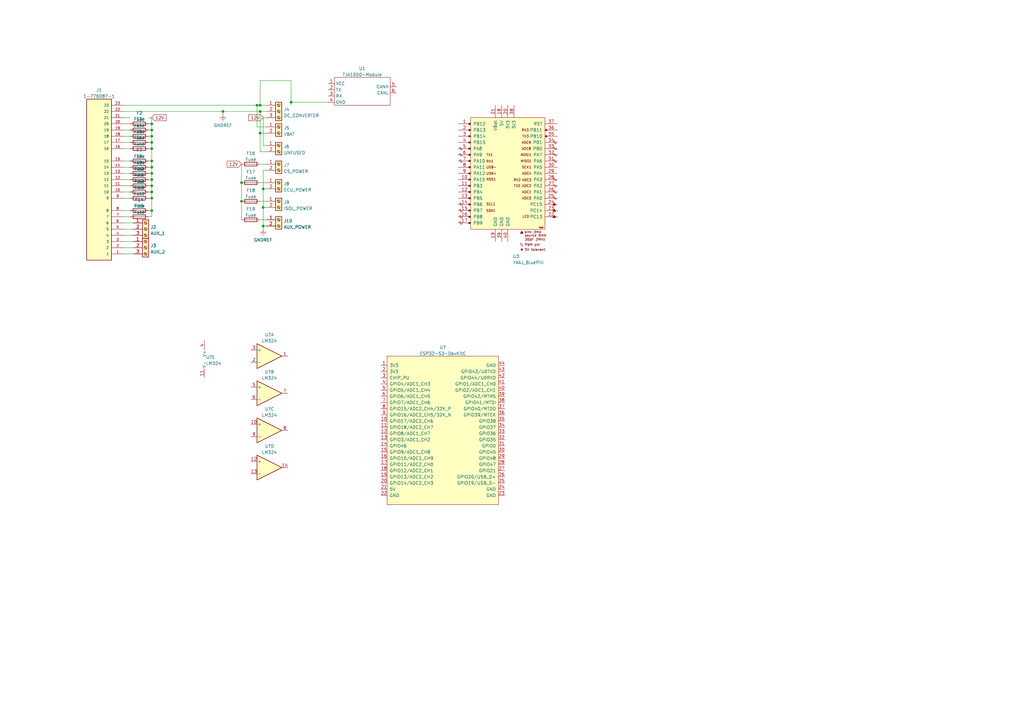
<source format=kicad_sch>
(kicad_sch (version 20211123) (generator eeschema)
  (paper "A3")
  (lib_symbols
    (symbol "1-776087-1:1-776087-1" (pin_names (offset 1.016))
      (property "Reference" "J" (at -5.08 33.7058 0))
      (property "Value" "1-776087-1" (at -5.08 -35.56 0))
      (symbol "1-776087-1_0_0"
        (rectangle (start -5.08 -33.02) (end 5.08 33.02) (stroke (width 0.254)) (fill (type background)))
        (pin passive line (at -10.16 30.48 0) (length 5.08) (name "1") (number "1"))
        (pin passive line (at -10.16 5.08 0) (length 5.08) (name "10") (number "10"))
        (pin passive line (at -10.16 2.54 0) (length 5.08) (name "11") (number "11"))
        (pin passive line (at -10.16 0 0) (length 5.08) (name "12") (number "12"))
        (pin passive line (at -10.16 -2.54 0) (length 5.08) (name "13") (number "13"))
        (pin passive line (at -10.16 -5.08 0) (length 5.08) (name "14") (number "14"))
        (pin passive line (at -10.16 -7.62 0) (length 5.08) (name "15") (number "15"))
        (pin passive line (at -10.16 -12.7 0) (length 5.08) (name "16") (number "16"))
        (pin passive line (at -10.16 -15.24 0) (length 5.08) (name "17") (number "17"))
        (pin passive line (at -10.16 -17.78 0) (length 5.08) (name "18") (number "18"))
        (pin passive line (at -10.16 -20.32 0) (length 5.08) (name "19") (number "19"))
        (pin passive line (at -10.16 27.94 0) (length 5.08) (name "2") (number "2"))
        (pin passive line (at -10.16 -22.86 0) (length 5.08) (name "20") (number "20"))
        (pin passive line (at -10.16 -25.4 0) (length 5.08) (name "21") (number "21"))
        (pin passive line (at -10.16 -27.94 0) (length 5.08) (name "22") (number "22"))
        (pin passive line (at -10.16 -30.48 0) (length 5.08) (name "23") (number "23"))
        (pin passive line (at -10.16 25.4 0) (length 5.08) (name "3") (number "3"))
        (pin passive line (at -10.16 22.86 0) (length 5.08) (name "4") (number "4"))
        (pin passive line (at -10.16 20.32 0) (length 5.08) (name "5") (number "5"))
        (pin passive line (at -10.16 17.78 0) (length 5.08) (name "6") (number "6"))
        (pin passive line (at -10.16 15.24 0) (length 5.08) (name "7") (number "7"))
        (pin passive line (at -10.16 12.7 0) (length 5.08) (name "8") (number "8"))
        (pin passive line (at -10.16 7.62 0) (length 5.08) (name "9") (number "9"))
      )
    )
    (symbol "Amplifier_Operational:LM324" (pin_names (offset 0.127))
      (property "Reference" "U" (at 0 5.08 0))
      (property "Value" "LM324" (at 0 -5.08 0))
      (symbol "LM324_1_1"
        (polyline (pts (xy -5.08 5.08) (xy 5.08 0) (xy -5.08 -5.08) (xy -5.08 5.08)) (stroke (width 0.254)) (fill (type background)))
        (pin output line (at 7.62 0 180) (length 2.54) (name "~") (number "1"))
        (pin input line (at -7.62 -2.54 0) (length 2.54) (name "-") (number "2"))
        (pin input line (at -7.62 2.54 0) (length 2.54) (name "+") (number "3"))
      )
      (symbol "LM324_2_1"
        (polyline (pts (xy -5.08 5.08) (xy 5.08 0) (xy -5.08 -5.08) (xy -5.08 5.08)) (stroke (width 0.254)) (fill (type background)))
        (pin input line (at -7.62 2.54 0) (length 2.54) (name "+") (number "5"))
        (pin input line (at -7.62 -2.54 0) (length 2.54) (name "-") (number "6"))
        (pin output line (at 7.62 0 180) (length 2.54) (name "~") (number "7"))
      )
      (symbol "LM324_3_1"
        (polyline (pts (xy -5.08 5.08) (xy 5.08 0) (xy -5.08 -5.08) (xy -5.08 5.08)) (stroke (width 0.254)) (fill (type background)))
        (pin input line (at -7.62 2.54 0) (length 2.54) (name "+") (number "10"))
        (pin output line (at 7.62 0 180) (length 2.54) (name "~") (number "8"))
        (pin input line (at -7.62 -2.54 0) (length 2.54) (name "-") (number "9"))
      )
      (symbol "LM324_4_1"
        (polyline (pts (xy -5.08 5.08) (xy 5.08 0) (xy -5.08 -5.08) (xy -5.08 5.08)) (stroke (width 0.254)) (fill (type background)))
        (pin input line (at -7.62 2.54 0) (length 2.54) (name "+") (number "12"))
        (pin input line (at -7.62 -2.54 0) (length 2.54) (name "-") (number "13"))
        (pin output line (at 7.62 0 180) (length 2.54) (name "~") (number "14"))
      )
      (symbol "LM324_5_1"
        (pin power_in line (at -2.54 -7.62 90) (length 3.81) (name "V-") (number "11"))
        (pin power_in line (at -2.54 7.62 270) (length 3.81) (name "V+") (number "4"))
      )
    )
    (symbol "Cheetah:TJA1050-Module"
      (property "Reference" "U" (at 1.27 -1.27 0))
      (property "Value" "TJA1050-Module" (at 8.89 -3.81 0))
      (symbol "TJA1050-Module_0_1"
        (rectangle (start 0 11.43) (end 22.86 0) (stroke (width 0.1524)))
      )
      (symbol "TJA1050-Module_1_1"
        (pin passive line (at -2.54 8.89 0) (length 2.54) (name "VCC") (number "1"))
        (pin passive line (at -2.54 6.35 0) (length 2.54) (name "TX") (number "2"))
        (pin passive line (at -2.54 3.81 0) (length 2.54) (name "RX") (number "3"))
        (pin passive line (at -2.54 1.27 0) (length 2.54) (name "GND") (number "4"))
        (pin passive line (at 25.4 7.62 180) (length 2.54) (name "CANH") (number "5"))
        (pin passive line (at 25.4 5.08 180) (length 2.54) (name "CANL") (number "6"))
      )
    )
    (symbol "Connector:Screw_Terminal_01x02" (pin_names (offset 1.016) hide)
      (property "Reference" "J" (at 0 2.54 0))
      (property "Value" "Screw_Terminal_01x02" (at 0 -5.08 0))
      (symbol "Screw_Terminal_01x02_1_1"
        (rectangle (start -1.27 1.27) (end 1.27 -3.81) (stroke (width 0.254)) (fill (type background)))
        (circle (center 0 -2.54) (radius 0.635) (stroke (width 0.1524)))
        (polyline (pts (xy -0.5334 -2.2098) (xy 0.3302 -3.048)) (stroke (width 0.1524)))
        (polyline (pts (xy -0.5334 0.3302) (xy 0.3302 -0.508)) (stroke (width 0.1524)))
        (polyline (pts (xy -0.3556 -2.032) (xy 0.508 -2.8702)) (stroke (width 0.1524)))
        (polyline (pts (xy -0.3556 0.508) (xy 0.508 -0.3302)) (stroke (width 0.1524)))
        (circle (center 0 0) (radius 0.635) (stroke (width 0.1524)))
        (pin passive line (at -5.08 0 0) (length 3.81) (name "Pin_1") (number "1"))
        (pin passive line (at -5.08 -2.54 0) (length 3.81) (name "Pin_2") (number "2"))
      )
    )
    (symbol "Connector:Screw_Terminal_01x03" (pin_names (offset 1.016) hide)
      (property "Reference" "J" (at 0 5.08 0))
      (property "Value" "Screw_Terminal_01x03" (at 0 -5.08 0))
      (symbol "Screw_Terminal_01x03_1_1"
        (rectangle (start -1.27 3.81) (end 1.27 -3.81) (stroke (width 0.254)) (fill (type background)))
        (circle (center 0 -2.54) (radius 0.635) (stroke (width 0.1524)))
        (polyline (pts (xy -0.5334 -2.2098) (xy 0.3302 -3.048)) (stroke (width 0.1524)))
        (polyline (pts (xy -0.5334 0.3302) (xy 0.3302 -0.508)) (stroke (width 0.1524)))
        (polyline (pts (xy -0.5334 2.8702) (xy 0.3302 2.032)) (stroke (width 0.1524)))
        (polyline (pts (xy -0.3556 -2.032) (xy 0.508 -2.8702)) (stroke (width 0.1524)))
        (polyline (pts (xy -0.3556 0.508) (xy 0.508 -0.3302)) (stroke (width 0.1524)))
        (polyline (pts (xy -0.3556 3.048) (xy 0.508 2.2098)) (stroke (width 0.1524)))
        (circle (center 0 0) (radius 0.635) (stroke (width 0.1524)))
        (circle (center 0 2.54) (radius 0.635) (stroke (width 0.1524)))
        (pin passive line (at -5.08 2.54 0) (length 3.81) (name "Pin_1") (number "1"))
        (pin passive line (at -5.08 0 0) (length 3.81) (name "Pin_2") (number "2"))
        (pin passive line (at -5.08 -2.54 0) (length 3.81) (name "Pin_3") (number "3"))
      )
    )
    (symbol "Device:Fuse" (pin_numbers hide) (pin_names (offset 0))
      (property "Reference" "F" (at 2.032 0 90))
      (property "Value" "Fuse" (at -1.905 0 90))
      (symbol "Fuse_0_1"
        (rectangle (start -0.762 -2.54) (end 0.762 2.54) (stroke (width 0.254)))
        (polyline (pts (xy 0 2.54) (xy 0 -2.54)))
      )
      (symbol "Fuse_1_1"
        (pin passive line (at 0 3.81 270) (length 1.27) (name "~") (number "1"))
        (pin passive line (at 0 -3.81 90) (length 1.27) (name "~") (number "2"))
      )
    )
    (symbol "Espressif:ESP32-S3-DevKitC" (pin_names (offset 1.016))
      (property "Reference" "U" (at -2.54 30.48 0))
      (property "Value" "ESP32-S3-DevKitC" (at 1.27 -33.02 0))
      (symbol "ESP32-S3-DevKitC_0_0"
        (pin bidirectional line (at -25.4 -7.62 0) (length 2.54) (name "GPIO46") (number "14"))
        (pin bidirectional line (at -25.4 -20.32 0) (length 2.54) (name "GPIO13/ADC2_CH2") (number "19"))
        (pin power_in line (at -25.4 22.86 0) (length 2.54) (name "3V3") (number "2"))
        (pin bidirectional line (at 25.4 12.7 180) (length 2.54) (name "GPIO42/MTMS") (number "39"))
        (pin bidirectional line (at 25.4 15.24 180) (length 2.54) (name "GPIO2/ADC1_CH1") (number "40"))
        (pin bidirectional line (at 25.4 17.78 180) (length 2.54) (name "GPIO1/ADC1_CH0") (number "41"))
        (pin bidirectional line (at 25.4 20.32 180) (length 2.54) (name "GPIO44/U0RXD") (number "42"))
        (pin bidirectional line (at 25.4 22.86 180) (length 2.54) (name "GPIO43/U0TXD") (number "43"))
        (pin power_in line (at 25.4 25.4 180) (length 2.54) (name "GND") (number "44"))
      )
      (symbol "ESP32-S3-DevKitC_0_1"
        (rectangle (start 22.86 -31.75) (end -22.86 29.21) (fill (type background)))
      )
      (symbol "ESP32-S3-DevKitC_1_1"
        (pin power_in line (at -25.4 25.4 0) (length 2.54) (name "3V3") (number "1"))
        (pin bidirectional line (at -25.4 2.54 0) (length 2.54) (name "GPIO17/ADC2_CH6") (number "10"))
        (pin bidirectional line (at -25.4 0 0) (length 2.54) (name "GPIO18/ADC2_CH7") (number "11"))
        (pin bidirectional line (at -25.4 -2.54 0) (length 2.54) (name "GPIO8/ADC1_CH7") (number "12"))
        (pin bidirectional line (at -25.4 -5.08 0) (length 2.54) (name "GPIO3/ADC1_CH2") (number "13"))
        (pin bidirectional line (at -25.4 -10.16 0) (length 2.54) (name "GPIO9/ADC1_CH8") (number "15"))
        (pin bidirectional line (at -25.4 -12.7 0) (length 2.54) (name "GPIO10/ADC1_CH9") (number "16"))
        (pin bidirectional line (at -25.4 -15.24 0) (length 2.54) (name "GPIO11/ADC2_CH0") (number "17"))
        (pin bidirectional line (at -25.4 -17.78 0) (length 2.54) (name "GPIO12/ADC2_CH1") (number "18"))
        (pin bidirectional line (at -25.4 -22.86 0) (length 2.54) (name "GPIO14/ADC2_CH3") (number "20"))
        (pin power_in line (at -25.4 -25.4 0) (length 2.54) (name "5V") (number "21"))
        (pin power_in line (at -25.4 -27.94 0) (length 2.54) (name "GND") (number "22"))
        (pin power_in line (at 25.4 -27.94 180) (length 2.54) (name "GND") (number "23"))
        (pin power_in line (at 25.4 -25.4 180) (length 2.54) (name "GND") (number "24"))
        (pin bidirectional line (at 25.4 -22.86 180) (length 2.54) (name "GPIO19/USB_D-") (number "25"))
        (pin bidirectional line (at 25.4 -20.32 180) (length 2.54) (name "GPIO20/USB_D+") (number "26"))
        (pin bidirectional line (at 25.4 -17.78 180) (length 2.54) (name "GPIO21") (number "27"))
        (pin bidirectional line (at 25.4 -15.24 180) (length 2.54) (name "GPIO47") (number "28"))
        (pin bidirectional line (at 25.4 -12.7 180) (length 2.54) (name "GPIO48") (number "29"))
        (pin input line (at -25.4 20.32 0) (length 2.54) (name "CHIP_PU") (number "3"))
        (pin bidirectional line (at 25.4 -10.16 180) (length 2.54) (name "GPIO45") (number "30"))
        (pin bidirectional line (at 25.4 -7.62 180) (length 2.54) (name "GPIO0") (number "31"))
        (pin bidirectional line (at 25.4 -5.08 180) (length 2.54) (name "GPIO35") (number "32"))
        (pin bidirectional line (at 25.4 -2.54 180) (length 2.54) (name "GPIO36") (number "33"))
        (pin bidirectional line (at 25.4 0 180) (length 2.54) (name "GPIO37") (number "34"))
        (pin bidirectional line (at 25.4 2.54 180) (length 2.54) (name "GPIO38") (number "35"))
        (pin bidirectional line (at 25.4 5.08 180) (length 2.54) (name "GPIO39/MTCK") (number "36"))
        (pin bidirectional line (at 25.4 7.62 180) (length 2.54) (name "GPIO40/MTDO") (number "37"))
        (pin bidirectional line (at 25.4 10.16 180) (length 2.54) (name "GPIO41/MTDI") (number "38"))
        (pin bidirectional line (at -25.4 17.78 0) (length 2.54) (name "GPIO4/ADC1_CH3") (number "4"))
        (pin bidirectional line (at -25.4 15.24 0) (length 2.54) (name "GPIO5/ADC1_CH4") (number "5"))
        (pin bidirectional line (at -25.4 12.7 0) (length 2.54) (name "GPIO6/ADC1_CH5") (number "6"))
        (pin bidirectional line (at -25.4 10.16 0) (length 2.54) (name "GPIO7/ADC1_CH6") (number "7"))
        (pin bidirectional line (at -25.4 7.62 0) (length 2.54) (name "GPIO15/ADC2_CH4/32K_P") (number "8"))
        (pin bidirectional line (at -25.4 5.08 0) (length 2.54) (name "GPIO16/ADC2_CH5/32K_N") (number "9"))
      )
    )
    (symbol "YAAJ_BluePill:YAAJ_BluePill" (pin_names (offset 1.016))
      (property "Reference" "U" (at -13.97 24.13 0))
      (property "Value" "YAAJ_BluePill" (at 0 6.35 90))
      (symbol "YAAJ_BluePill_0_0"
        (circle (center -15.748 -20.32) (radius 0.3556) (fill (type outline)))
        (circle (center -15.748 -17.78) (radius 0.3556) (fill (type outline)))
        (circle (center -15.748 -15.24) (radius 0.3556) (fill (type outline)))
        (circle (center -15.748 -12.7) (radius 0.3556) (fill (type outline)))
        (circle (center -15.748 -10.16) (radius 0.3556) (fill (type outline)))
        (circle (center -15.748 -7.62) (radius 0.3556) (fill (type outline)))
        (circle (center -15.748 -5.08) (radius 0.3556) (fill (type outline)))
        (circle (center -15.748 -2.54) (radius 0.3556) (fill (type outline)))
        (circle (center -15.748 0) (radius 0.3556) (fill (type outline)))
        (circle (center -15.748 2.54) (radius 0.3556) (fill (type outline)))
        (circle (center -15.748 5.08) (radius 0.3556) (fill (type outline)))
        (circle (center -15.748 7.62) (radius 0.3556) (fill (type outline)))
        (circle (center -15.748 10.16) (radius 0.3556) (fill (type outline)))
        (circle (center -15.748 12.7) (radius 0.3556) (fill (type outline)))
        (circle (center -15.748 15.24) (radius 0.3556) (fill (type outline)))
        (circle (center -15.748 20.32) (radius 0.3556) (fill (type outline)))
        (polyline (pts (xy 5.08 -24.638) (xy 5.715 -23.622) (xy 6.35 -24.638) (xy 5.08 -24.638) (xy 5.715 -23.749) (xy 6.223 -24.638) (xy 5.207 -24.511) (xy 5.715 -23.876) (xy 6.096 -24.638) (xy 5.334 -24.384) (xy 5.842 -24.003) (xy 5.969 -24.638) (xy 5.461 -24.257) (xy 5.969 -24.13) (xy 5.842 -24.511) (xy 5.588 -24.257) (xy 5.842 -24.384) (xy 5.715 -24.13)))
        (polyline (pts (xy 18.415 -18.161) (xy 19.05 -17.145) (xy 19.685 -18.161) (xy 18.415 -18.161) (xy 19.05 -17.272) (xy 19.558 -18.161) (xy 18.542 -18.034) (xy 19.05 -17.399) (xy 19.431 -18.161) (xy 18.669 -17.907) (xy 19.177 -17.526) (xy 19.304 -18.161) (xy 18.796 -17.78) (xy 19.304 -17.653) (xy 19.177 -18.034) (xy 18.923 -17.78) (xy 19.177 -17.907) (xy 19.05 -17.653)))
        (polyline (pts (xy 18.415 -15.621) (xy 19.05 -14.605) (xy 19.685 -15.621) (xy 18.415 -15.621) (xy 19.05 -14.732) (xy 19.558 -15.621) (xy 18.542 -15.494) (xy 19.05 -14.859) (xy 19.431 -15.621) (xy 18.669 -15.367) (xy 19.177 -14.986) (xy 19.304 -15.621) (xy 18.796 -15.24) (xy 19.304 -15.113) (xy 19.177 -15.494) (xy 18.923 -15.24) (xy 19.177 -15.367) (xy 19.05 -15.113)))
        (polyline (pts (xy 18.415 -13.081) (xy 19.05 -12.065) (xy 19.685 -13.081) (xy 18.415 -13.081) (xy 19.05 -12.192) (xy 19.558 -13.081) (xy 18.542 -12.954) (xy 19.05 -12.319) (xy 19.431 -13.081) (xy 18.669 -12.827) (xy 19.177 -12.446) (xy 19.304 -13.081) (xy 18.796 -12.7) (xy 19.304 -12.573) (xy 19.177 -12.954) (xy 18.923 -12.7) (xy 19.177 -12.827) (xy 19.05 -12.573)))
        (circle (center 5.715 -31.242) (radius 0.127) (fill (type outline)))
        (circle (center 5.715 -31.242) (radius 0.254))
        (circle (center 5.715 -31.242) (radius 0.3556))
        (circle (center 15.748 15.24) (radius 0.254) (fill (type outline)))
        (circle (center 15.748 15.24) (radius 0.3556))
        (circle (center 15.748 17.78) (radius 0.254) (fill (type outline)))
        (circle (center 15.748 17.78) (radius 0.3556))
        (text "30pF 2MHz" (at 11.176 -27.051 0) (effects (font (size 0.9906 0.9906))))
        (text "5V tolerant" (at 11.176 -31.242 0) (effects (font (size 0.9906 0.9906))))
        (text "ADC0" (at 7.747 -10.16 0) (effects (font (size 0.9906 0.9906))))
        (text "ADC1" (at 7.747 -7.62 0) (effects (font (size 0.9906 0.9906))))
        (text "ADC2" (at 7.747 -5.08 0) (effects (font (size 0.9906 0.9906))))
        (text "ADC3" (at 7.747 -2.667 0) (effects (font (size 0.9906 0.9906))))
        (text "ADC4" (at 7.747 0 0) (effects (font (size 0.9906 0.9906))))
        (text "ADC8" (at 7.62 10.16 0) (effects (font (size 0.9906 0.9906))))
        (text "ADC9" (at 7.62 12.7 0) (effects (font (size 0.9906 0.9906))))
        (text "LED" (at 7.366 -17.653 0) (effects (font (size 0.9906 0.9906))))
        (text "MISO1" (at 7.493 5.08 0) (effects (font (size 0.9906 0.9906))))
        (text "MOSI1" (at 7.493 7.62 0) (effects (font (size 0.9906 0.9906))))
        (text "NSS1" (at -6.858 -2.413 0) (effects (font (size 0.9906 0.9906))))
        (text "PWM pin" (at 10.033 -29.21 0) (effects (font (size 0.9906 0.9906))))
        (text "RX1" (at -7.366 4.953 0) (effects (font (size 0.9906 0.9906))))
        (text "RX2" (at 3.81 -2.667 0) (effects (font (size 0.9906 0.9906))))
        (text "RX3" (at 7.112 17.78 0) (effects (font (size 0.9906 0.9906))))
        (text "SCK1" (at 7.747 2.54 0) (effects (font (size 0.9906 0.9906))))
        (text "SCL1" (at -6.985 -12.573 0) (effects (font (size 0.9906 0.9906))))
        (text "SDA1" (at -6.985 -15.24 0) (effects (font (size 0.9906 0.9906))))
        (text "sink 3mA" (at 10.287 -24.003 0) (effects (font (size 0.9906 0.9906))))
        (text "source 0mA" (at 11.303 -25.4 0) (effects (font (size 0.9906 0.9906))))
        (text "TX1" (at -7.493 7.62 0) (effects (font (size 0.9906 0.9906))))
        (text "TX2" (at 3.81 -5.08 0) (effects (font (size 0.9906 0.9906))))
        (text "TX3" (at 7.239 15.24 0) (effects (font (size 0.9906 0.9906))))
        (text "USB+" (at -6.731 0 0) (effects (font (size 0.9906 0.9906))))
        (text "USB-" (at -6.731 2.54 0) (effects (font (size 0.9906 0.9906))))
        (text "Y@@J" (at 13.6906 -22.1488 0) (effects (font (size 0.508 0.508))))
      )
      (symbol "YAAJ_BluePill_0_1"
        (rectangle (start -15.24 22.86) (end 15.24 -22.86) (fill (type background)))
        (polyline (pts (xy -18.796 -20.32) (xy -18.796 -20.828) (xy -19.304 -20.828) (xy -19.304 -19.812) (xy -19.812 -19.812) (xy -19.812 -20.32)))
        (polyline (pts (xy -18.796 -17.78) (xy -18.796 -18.288) (xy -19.304 -18.288) (xy -19.304 -17.272) (xy -19.812 -17.272) (xy -19.812 -17.78)))
        (polyline (pts (xy -18.796 -15.24) (xy -18.796 -15.748) (xy -19.304 -15.748) (xy -19.304 -14.732) (xy -19.812 -14.732) (xy -19.812 -15.24)))
        (polyline (pts (xy -18.796 -12.7) (xy -18.796 -13.208) (xy -19.304 -13.208) (xy -19.304 -12.192) (xy -19.812 -12.192) (xy -19.812 -12.7)))
        (polyline (pts (xy -18.796 5.08) (xy -18.796 4.572) (xy -19.304 4.572) (xy -19.304 5.588) (xy -19.812 5.588) (xy -19.812 5.08)))
        (polyline (pts (xy -18.796 7.62) (xy -18.796 7.112) (xy -19.304 7.112) (xy -19.304 8.128) (xy -19.812 8.128) (xy -19.812 7.62)))
        (polyline (pts (xy -18.796 10.16) (xy -18.796 9.652) (xy -19.304 9.652) (xy -19.304 10.668) (xy -19.812 10.668) (xy -19.812 10.16)))
        (polyline (pts (xy 6.096 -29.21) (xy 6.096 -29.718) (xy 5.588 -29.718) (xy 5.588 -28.702) (xy 5.08 -28.702) (xy 5.08 -29.21)))
        (polyline (pts (xy 19.812 -10.16) (xy 19.812 -10.668) (xy 19.304 -10.668) (xy 19.304 -9.652) (xy 18.796 -9.652) (xy 18.796 -10.16)))
        (polyline (pts (xy 19.812 -7.62) (xy 19.812 -8.128) (xy 19.304 -8.128) (xy 19.304 -7.112) (xy 18.796 -7.112) (xy 18.796 -7.62)))
        (polyline (pts (xy 19.812 -5.08) (xy 19.812 -5.588) (xy 19.304 -5.588) (xy 19.304 -4.572) (xy 18.796 -4.572) (xy 18.796 -5.08)))
        (polyline (pts (xy 19.812 -2.54) (xy 19.812 -3.048) (xy 19.304 -3.048) (xy 19.304 -2.032) (xy 18.796 -2.032) (xy 18.796 -2.54)))
        (polyline (pts (xy 19.812 5.08) (xy 19.812 4.572) (xy 19.304 4.572) (xy 19.304 5.588) (xy 18.796 5.588) (xy 18.796 5.08)))
        (polyline (pts (xy 19.812 7.62) (xy 19.812 7.112) (xy 19.304 7.112) (xy 19.304 8.128) (xy 18.796 8.128) (xy 18.796 7.62)))
        (polyline (pts (xy 19.812 10.16) (xy 19.812 9.652) (xy 19.304 9.652) (xy 19.304 10.668) (xy 18.796 10.668) (xy 18.796 10.16)))
        (polyline (pts (xy 19.812 12.7) (xy 19.812 12.192) (xy 19.304 12.192) (xy 19.304 13.208) (xy 18.796 13.208) (xy 18.796 12.7)))
      )
      (symbol "YAAJ_BluePill_1_1"
        (circle (center -15.748 17.78) (radius 0.3556) (fill (type outline)))
        (pin bidirectional line (at -20.32 20.32 0) (length 5.08) (name "PB12") (number "1"))
        (pin bidirectional line (at -20.32 -2.54 0) (length 5.08) (name "PA15") (number "10"))
        (pin bidirectional line (at -20.32 -5.08 0) (length 5.08) (name "PB3") (number "11"))
        (pin bidirectional line (at -20.32 -7.62 0) (length 5.08) (name "PB4") (number "12"))
        (pin bidirectional line (at -20.32 -10.16 0) (length 5.08) (name "PB5") (number "13"))
        (pin bidirectional line (at -20.32 -12.7 0) (length 5.08) (name "PB6") (number "14"))
        (pin bidirectional line (at -20.32 -15.24 0) (length 5.08) (name "PB7") (number "15"))
        (pin bidirectional line (at -20.32 -17.78 0) (length 5.08) (name "PB8") (number "16"))
        (pin bidirectional line (at -20.32 -20.32 0) (length 5.08) (name "PB9") (number "17"))
        (pin power_in line (at -2.54 27.94 270) (length 5.08) (name "5V") (number "18"))
        (pin power_in line (at -5.08 -27.94 90) (length 5.08) (name "GND") (number "19"))
        (pin bidirectional line (at -20.32 17.78 0) (length 5.08) (name "PB13") (number "2"))
        (pin power_in line (at 0 27.94 270) (length 5.08) (name "3V3") (number "20"))
        (pin power_in line (at -5.08 27.94 270) (length 5.08) (name "VBat") (number "21"))
        (pin bidirectional line (at 20.32 -17.78 180) (length 5.08) (name "PC13") (number "22"))
        (pin bidirectional line (at 20.32 -15.24 180) (length 5.08) (name "PC14") (number "23"))
        (pin bidirectional line (at 20.32 -12.7 180) (length 5.08) (name "PC15") (number "24"))
        (pin bidirectional line (at 20.32 -10.16 180) (length 5.08) (name "PA0") (number "25"))
        (pin bidirectional line (at 20.32 -7.62 180) (length 5.08) (name "PA1") (number "26"))
        (pin bidirectional line (at 20.32 -5.08 180) (length 5.08) (name "PA2") (number "27"))
        (pin bidirectional line (at 20.32 -2.54 180) (length 5.08) (name "PA3") (number "28"))
        (pin bidirectional line (at 20.32 0 180) (length 5.08) (name "PA4") (number "29"))
        (pin bidirectional line (at -20.32 15.24 0) (length 5.08) (name "PB14") (number "3"))
        (pin bidirectional line (at 20.32 2.54 180) (length 5.08) (name "PA5") (number "30"))
        (pin bidirectional line (at 20.32 5.08 180) (length 5.08) (name "PA6") (number "31"))
        (pin bidirectional line (at 20.32 7.62 180) (length 5.08) (name "PA7") (number "32"))
        (pin bidirectional line (at 20.32 10.16 180) (length 5.08) (name "PB0") (number "33"))
        (pin bidirectional line (at 20.32 12.7 180) (length 5.08) (name "PB1") (number "34"))
        (pin bidirectional line (at 20.32 15.24 180) (length 5.08) (name "PB10") (number "35"))
        (pin bidirectional line (at 20.32 17.78 180) (length 5.08) (name "PB11") (number "36"))
        (pin input line (at 20.32 20.32 180) (length 5.08) (name "RST") (number "37"))
        (pin power_in line (at 2.54 27.94 270) (length 5.08) (name "3V3") (number "38"))
        (pin power_in line (at -2.54 -27.94 90) (length 5.08) (name "GND") (number "39"))
        (pin bidirectional line (at -20.32 12.7 0) (length 5.08) (name "PB15") (number "4"))
        (pin power_in line (at 0 -27.94 90) (length 5.08) (name "GND") (number "40"))
        (pin bidirectional line (at -20.32 10.16 0) (length 5.08) (name "PA8") (number "5"))
        (pin bidirectional line (at -20.32 7.62 0) (length 5.08) (name "PA9") (number "6"))
        (pin bidirectional line (at -20.32 5.08 0) (length 5.08) (name "PA10") (number "7"))
        (pin bidirectional line (at -20.32 2.54 0) (length 5.08) (name "PA11") (number "8"))
        (pin bidirectional line (at -20.32 0 0) (length 5.08) (name "PA12") (number "9"))
      )
    )
    (symbol "power:GNDREF" (power) (pin_names (offset 0))
      (property "Value" "GNDREF" (at 0 -3.81 0))
      (symbol "GNDREF_0_1"
        (polyline (pts (xy -0.635 -1.905) (xy 0.635 -1.905)))
        (polyline (pts (xy -0.127 -2.54) (xy 0.127 -2.54)))
        (polyline (pts (xy 0 -1.27) (xy 0 0)))
        (polyline (pts (xy 1.27 -1.27) (xy -1.27 -1.27)))
      )
      (symbol "GNDREF_1_1"
        (pin power_in line (at 0 0 270) (length 0) hide (name "GNDREF") (number "1"))
      )
    )
  )
  (junction (at 62.23 86.36))
  (junction (at 62.23 68.58))
  (junction (at 106.68 45.72))
  (junction (at 62.23 78.74))
  (junction (at 99.06 74.93))
  (junction (at 62.23 55.88))
  (junction (at 62.23 53.34))
  (junction (at 107.95 85.09))
  (junction (at 99.06 82.55))
  (junction (at 107.95 92.71))
  (junction (at 62.23 71.12))
  (junction (at 62.23 81.28))
  (junction (at 62.23 73.66))
  (junction (at 105.41 43.18))
  (junction (at 62.23 50.8))
  (junction (at 62.23 60.96))
  (junction (at 62.23 58.42))
  (junction (at 107.95 77.47))
  (junction (at 62.23 66.04))
  (junction (at 106.68 54.61))
  (junction (at 106.68 43.18))
  (junction (at 119.38 41.91))
  (junction (at 62.23 76.2))
  (junction (at 91.44 45.72))
  (wire (pts (xy 50.8 88.9) (xy 53.34 88.9)))
  (wire (pts (xy 62.23 50.8) (xy 62.23 48.26)))
  (wire (pts (xy 50.8 73.66) (xy 53.34 73.66)))
  (wire (pts (xy 60.96 53.34) (xy 62.23 53.34)))
  (wire (pts (xy 106.68 74.93) (xy 109.22 74.93)))
  (wire (pts (xy 107.95 59.69) (xy 107.95 48.26)))
  (wire (pts (xy 50.8 50.8) (xy 53.34 50.8)))
  (wire (pts (xy 60.96 55.88) (xy 62.23 55.88)))
  (wire (pts (xy 62.23 68.58) (xy 62.23 66.04)))
  (wire (pts (xy 107.95 92.71) (xy 107.95 93.98)))
  (wire (pts (xy 107.95 69.85) (xy 109.22 69.85)))
  (wire (pts (xy 107.95 77.47) (xy 107.95 69.85)))
  (wire (pts (xy 62.23 60.96) (xy 62.23 58.42)))
  (wire (pts (xy 106.68 33.02) (xy 106.68 43.18)))
  (wire (pts (xy 105.41 43.18) (xy 106.68 43.18)))
  (wire (pts (xy 99.06 74.93) (xy 99.06 82.55)))
  (wire (pts (xy 62.23 55.88) (xy 62.23 53.34)))
  (wire (pts (xy 50.8 96.52) (xy 54.61 96.52)))
  (wire (pts (xy 119.38 33.02) (xy 119.38 41.91)))
  (wire (pts (xy 109.22 77.47) (xy 107.95 77.47)))
  (wire (pts (xy 106.68 82.55) (xy 109.22 82.55)))
  (wire (pts (xy 62.23 66.04) (xy 62.23 60.96)))
  (wire (pts (xy 50.8 71.12) (xy 53.34 71.12)))
  (wire (pts (xy 107.95 77.47) (xy 107.95 85.09)))
  (wire (pts (xy 106.68 62.23) (xy 109.22 62.23)))
  (wire (pts (xy 60.96 78.74) (xy 62.23 78.74)))
  (wire (pts (xy 62.23 73.66) (xy 62.23 71.12)))
  (wire (pts (xy 107.95 92.71) (xy 109.22 92.71)))
  (wire (pts (xy 60.96 73.66) (xy 62.23 73.66)))
  (wire (pts (xy 50.8 91.44) (xy 54.61 91.44)))
  (wire (pts (xy 60.96 88.9) (xy 62.23 88.9)))
  (wire (pts (xy 60.96 68.58) (xy 62.23 68.58)))
  (wire (pts (xy 119.38 41.91) (xy 119.38 43.18)))
  (wire (pts (xy 50.8 101.6) (xy 54.61 101.6)))
  (wire (pts (xy 62.23 78.74) (xy 62.23 76.2)))
  (wire (pts (xy 50.8 76.2) (xy 53.34 76.2)))
  (wire (pts (xy 106.68 54.61) (xy 106.68 62.23)))
  (wire (pts (xy 91.44 45.72) (xy 106.68 45.72)))
  (wire (pts (xy 62.23 76.2) (xy 62.23 73.66)))
  (wire (pts (xy 99.06 67.31) (xy 99.06 74.93)))
  (wire (pts (xy 106.68 67.31) (xy 109.22 67.31)))
  (wire (pts (xy 62.23 71.12) (xy 62.23 68.58)))
  (wire (pts (xy 62.23 53.34) (xy 62.23 50.8)))
  (wire (pts (xy 62.23 48.26) (xy 60.96 48.26)))
  (wire (pts (xy 50.8 81.28) (xy 53.34 81.28)))
  (wire (pts (xy 60.96 66.04) (xy 62.23 66.04)))
  (wire (pts (xy 91.44 45.72) (xy 91.44 46.99)))
  (wire (pts (xy 50.8 93.98) (xy 54.61 93.98)))
  (wire (pts (xy 134.62 41.91) (xy 119.38 41.91)))
  (wire (pts (xy 50.8 53.34) (xy 53.34 53.34)))
  (wire (pts (xy 119.38 33.02) (xy 106.68 33.02)))
  (wire (pts (xy 62.23 88.9) (xy 62.23 86.36)))
  (wire (pts (xy 60.96 71.12) (xy 62.23 71.12)))
  (wire (pts (xy 60.96 81.28) (xy 62.23 81.28)))
  (wire (pts (xy 62.23 81.28) (xy 62.23 78.74)))
  (wire (pts (xy 106.68 43.18) (xy 109.22 43.18)))
  (wire (pts (xy 60.96 86.36) (xy 62.23 86.36)))
  (wire (pts (xy 50.8 78.74) (xy 53.34 78.74)))
  (wire (pts (xy 109.22 52.07) (xy 105.41 52.07)))
  (wire (pts (xy 109.22 54.61) (xy 106.68 54.61)))
  (wire (pts (xy 50.8 86.36) (xy 53.34 86.36)))
  (wire (pts (xy 99.06 82.55) (xy 99.06 90.17)))
  (wire (pts (xy 50.8 60.96) (xy 53.34 60.96)))
  (wire (pts (xy 109.22 59.69) (xy 107.95 59.69)))
  (wire (pts (xy 107.95 85.09) (xy 107.95 92.71)))
  (wire (pts (xy 60.96 50.8) (xy 62.23 50.8)))
  (wire (pts (xy 50.8 43.18) (xy 105.41 43.18)))
  (wire (pts (xy 50.8 68.58) (xy 53.34 68.58)))
  (wire (pts (xy 106.68 45.72) (xy 109.22 45.72)))
  (wire (pts (xy 60.96 58.42) (xy 62.23 58.42)))
  (wire (pts (xy 60.96 60.96) (xy 62.23 60.96)))
  (wire (pts (xy 60.96 76.2) (xy 62.23 76.2)))
  (wire (pts (xy 50.8 48.26) (xy 53.34 48.26)))
  (wire (pts (xy 105.41 52.07) (xy 105.41 43.18)))
  (wire (pts (xy 106.68 45.72) (xy 106.68 54.61)))
  (wire (pts (xy 50.8 55.88) (xy 53.34 55.88)))
  (wire (pts (xy 62.23 86.36) (xy 62.23 81.28)))
  (wire (pts (xy 50.8 45.72) (xy 91.44 45.72)))
  (wire (pts (xy 106.68 90.17) (xy 109.22 90.17)))
  (wire (pts (xy 107.95 48.26) (xy 109.22 48.26)))
  (wire (pts (xy 50.8 66.04) (xy 53.34 66.04)))
  (wire (pts (xy 50.8 58.42) (xy 53.34 58.42)))
  (wire (pts (xy 50.8 99.06) (xy 54.61 99.06)))
  (wire (pts (xy 50.8 104.14) (xy 54.61 104.14)))
  (wire (pts (xy 107.95 85.09) (xy 109.22 85.09)))
  (wire (pts (xy 62.23 58.42) (xy 62.23 55.88)))
  (global_label "12V" (shape input) (at 99.06 67.31 180) (property "Referências entre as folhas" "${INTERSHEET_REFS}" (effects hide)))
  (global_label "12V" (shape input) (at 107.95 48.26 180) (property "Referências entre as folhas" "${INTERSHEET_REFS}" (effects hide)))
  (global_label "12V" (shape input) (at 62.23 48.26 0) (property "Referências entre as folhas" "${INTERSHEET_REFS}" (effects hide)))
  (symbol (lib_id "Device:Fuse") (at 57.15 73.66 90) (unit 1)
    (property "Reference" "F10" (at 57.15 69.1982 90))
    (property "Value" "Fuse" (at 57.15 71.7351 90))
    (property "Footprint" "Fuse:Fuseholder_Cylinder-5x20mm_Schurter_0031_8201_Horizontal_Open" (effects hide))
  )
  (symbol (lib_id "power:GNDREF") (at 107.95 93.98 0) (unit 1)
    (property "Reference" "#PWR0101" (effects hide))
    (property "Value" "GNDREF" (at 107.95 98.4234 0))
  )
  (symbol (lib_id "Connector:Screw_Terminal_01x02") (at 114.3 52.07 0) (unit 1)
    (property "Reference" "J5" (at 116.332 52.5053 0) (effects (justify left)))
    (property "Value" "VBAT" (at 116.332 55.0422 0) (effects (justify left)))
    (property "Footprint" "TerminalBlock:TerminalBlock_bornier-2_P5.08mm" (effects hide))
  )
  (symbol (lib_id "Connector:Screw_Terminal_01x02") (at 114.3 67.31 0) (unit 1)
    (property "Reference" "J7" (at 116.332 67.7453 0) (effects (justify left)))
    (property "Value" "CS_POWER" (at 116.332 70.2822 0) (effects (justify left)))
    (property "Footprint" "TerminalBlock:TerminalBlock_bornier-2_P5.08mm" (effects hide))
  )
  (symbol (lib_id "Device:Fuse") (at 57.15 50.8 90) (unit 1)
    (property "Reference" "F2" (at 57.15 46.3382 90))
    (property "Value" "Fuse" (at 57.15 48.8751 90))
    (property "Footprint" "Fuse:Fuseholder_Cylinder-5x20mm_Schurter_0031_8201_Horizontal_Open" (effects hide))
  )
  (symbol (lib_id "Amplifier_Operational:LM324") (at 110.49 191.77 0) (unit 4)
    (property "Reference" "U?" (at 110.49 182.9902 0))
    (property "Value" "LM324" (at 110.49 185.5271 0))
    (property "Datasheet" "http://www.ti.com/lit/ds/symlink/lm2902-n.pdf" (effects hide))
  )
  (symbol (lib_id "Device:Fuse") (at 57.15 86.36 90) (unit 1)
    (property "Reference" "F14" (at 57.15 81.8982 90))
    (property "Value" "Fuse" (at 57.15 84.4351 90))
    (property "Footprint" "Fuse:Fuseholder_Cylinder-5x20mm_Schurter_0031_8201_Horizontal_Open" (effects hide))
  )
  (symbol (lib_id "Connector:Screw_Terminal_01x02") (at 114.3 59.69 0) (unit 1)
    (property "Reference" "J6" (at 116.332 60.1253 0) (effects (justify left)))
    (property "Value" "UNFUSED" (at 116.332 62.6622 0) (effects (justify left)))
    (property "Footprint" "TerminalBlock:TerminalBlock_bornier-2_P5.08mm" (effects hide))
  )
  (symbol (lib_id "Connector:Screw_Terminal_01x03") (at 59.69 101.6 0) (unit 1)
    (property "Reference" "J3" (at 61.722 100.7653 0) (effects (justify left)))
    (property "Value" "AUX_2" (at 61.722 103.3022 0) (effects (justify left)))
    (property "Footprint" "TerminalBlock:TerminalBlock_bornier-3_P5.08mm" (effects hide))
  )
  (symbol (lib_id "Connector:Screw_Terminal_01x03") (at 59.69 93.98 0) (unit 1)
    (property "Reference" "J2" (at 61.722 93.1453 0) (effects (justify left)))
    (property "Value" "AUX_1" (at 61.722 95.6822 0) (effects (justify left)))
    (property "Footprint" "TerminalBlock:TerminalBlock_bornier-3_P5.08mm" (effects hide))
  )
  (symbol (lib_id "power:GNDREF") (at 91.44 46.99 0) (unit 1)
    (property "Reference" "#PWR0102" (effects hide))
    (property "Value" "GNDREF" (at 91.44 51.4334 0))
  )
  (symbol (lib_id "Device:Fuse") (at 57.15 68.58 90) (unit 1)
    (property "Reference" "F8" (at 57.15 64.1182 90))
    (property "Value" "Fuse" (at 57.15 66.6551 90))
    (property "Footprint" "Fuse:Fuseholder_Cylinder-5x20mm_Schurter_0031_8201_Horizontal_Open" (effects hide))
  )
  (symbol (lib_id "Cheetah:TJA1050-Module") (at 137.16 43.18 0) (unit 1)
    (property "Reference" "U1" (at 148.59 28.101 0))
    (property "Value" "TJA1050-Module" (at 148.59 30.6379 0))
    (property "Footprint" "Cheetah:TJA1050-Module" (effects hide))
  )
  (symbol (lib_id "Device:Fuse") (at 102.87 82.55 90) (unit 1)
    (property "Reference" "F18" (at 102.87 78.0882 90))
    (property "Value" "Fuse" (at 102.87 80.6251 90))
    (property "Footprint" "Fuse:Fuseholder_Cylinder-5x20mm_Schurter_0031_8201_Horizontal_Open" (effects hide))
  )
  (symbol (lib_id "Device:Fuse") (at 57.15 66.04 90) (unit 1)
    (property "Reference" "F7" (at 57.15 61.5782 90))
    (property "Value" "Fuse" (at 57.15 64.1151 90))
    (property "Footprint" "Fuse:Fuseholder_Cylinder-5x20mm_Schurter_0031_8201_Horizontal_Open" (effects hide))
  )
  (symbol (lib_id "Device:Fuse") (at 57.15 76.2 90) (unit 1)
    (property "Reference" "F11" (at 57.15 71.7382 90))
    (property "Value" "Fuse" (at 57.15 74.2751 90))
    (property "Footprint" "Fuse:Fuseholder_Cylinder-5x20mm_Schurter_0031_8201_Horizontal_Open" (effects hide))
  )
  (symbol (lib_id "Device:Fuse") (at 57.15 53.34 90) (unit 1)
    (property "Reference" "F3" (at 57.15 48.8782 90))
    (property "Value" "Fuse" (at 57.15 51.4151 90))
    (property "Footprint" "Fuse:Fuseholder_Cylinder-5x20mm_Schurter_0031_8201_Horizontal_Open" (effects hide))
  )
  (symbol (lib_id "Connector:Screw_Terminal_01x02") (at 114.3 82.55 0) (unit 1)
    (property "Reference" "J9" (at 116.332 82.9853 0) (effects (justify left)))
    (property "Value" "ISOL_POWER" (at 116.332 85.5222 0) (effects (justify left)))
    (property "Footprint" "TerminalBlock:TerminalBlock_bornier-2_P5.08mm" (effects hide))
  )
  (symbol (lib_id "1-776087-1:1-776087-1") (at 40.64 73.66 180) (unit 1)
    (property "Reference" "J1" (at 40.64 36.9402 0))
    (property "Value" "1-776087-1" (at 40.64 39.4771 0))
    (property "Footprint" "Ampseal 23:TE_1-776087-1" (effects hide))
    (property "EU_RoHS_Compliance" "Compliant" (effects hide))
    (property "Comment" "1-776087-1" (effects hide))
  )
  (symbol (lib_id "Device:Fuse") (at 102.87 74.93 90) (unit 1)
    (property "Reference" "F17" (at 102.87 70.4682 90))
    (property "Value" "Fuse" (at 102.87 73.0051 90))
    (property "Footprint" "Fuse:Fuseholder_Cylinder-5x20mm_Schurter_0031_8201_Horizontal_Open" (effects hide))
  )
  (symbol (lib_id "YAAJ_BluePill:YAAJ_BluePill") (at 208.28 71.12 0) (unit 1)
    (property "Reference" "U3" (at 210.2994 105.1558 0) (effects (justify left)))
    (property "Value" "YAAJ_BluePill" (at 210.2994 107.6927 0) (effects (justify left)))
    (property "Footprint" "STM32 Blue Pill:YAAJ_BluePill_1" (effects hide))
  )
  (symbol (lib_id "Amplifier_Operational:LM324") (at 110.49 146.05 0) (unit 1)
    (property "Reference" "U?" (at 110.49 137.2702 0))
    (property "Value" "LM324" (at 110.49 139.8071 0))
    (property "Datasheet" "http://www.ti.com/lit/ds/symlink/lm2902-n.pdf" (effects hide))
  )
  (symbol (lib_id "Device:Fuse") (at 57.15 71.12 90) (unit 1)
    (property "Reference" "F9" (at 57.15 66.6582 90))
    (property "Value" "Fuse" (at 57.15 69.1951 90))
    (property "Footprint" "Fuse:Fuseholder_Cylinder-5x20mm_Schurter_0031_8201_Horizontal_Open" (effects hide))
  )
  (symbol (lib_id "Device:Fuse") (at 102.87 67.31 90) (unit 1)
    (property "Reference" "F16" (at 102.87 62.8482 90))
    (property "Value" "Fuse" (at 102.87 65.3851 90))
    (property "Footprint" "Fuse:Fuseholder_Cylinder-5x20mm_Schurter_0031_8201_Horizontal_Open" (effects hide))
  )
  (symbol (lib_id "Amplifier_Operational:LM324") (at 110.49 161.29 0) (unit 2)
    (property "Reference" "U?" (at 110.49 152.5102 0))
    (property "Value" "LM324" (at 110.49 155.0471 0))
    (property "Datasheet" "http://www.ti.com/lit/ds/symlink/lm2902-n.pdf" (effects hide))
  )
  (symbol (lib_id "Espressif:ESP32-S3-DevKitC") (at 181.61 175.26 0) (unit 1)
    (property "Reference" "U?" (at 181.61 142.4772 0))
    (property "Value" "ESP32-S3-DevKitC" (at 181.61 145.0141 0))
    (property "Footprint" "Espressif:ESP32-S3-DevKitC" (effects hide))
  )
  (symbol (lib_id "Device:Fuse") (at 57.15 60.96 90) (unit 1)
    (property "Reference" "F6" (at 57.15 56.4982 90))
    (property "Value" "Fuse" (at 57.15 59.0351 90))
    (property "Footprint" "Fuse:Fuseholder_Cylinder-5x20mm_Schurter_0031_8201_Horizontal_Open" (effects hide))
  )
  (symbol (lib_id "Device:Fuse") (at 57.15 81.28 90) (unit 1)
    (property "Reference" "F13" (at 57.15 76.8182 90))
    (property "Value" "Fuse" (at 57.15 79.3551 90))
    (property "Footprint" "Fuse:Fuseholder_Cylinder-5x20mm_Schurter_0031_8201_Horizontal_Open" (effects hide))
  )
  (symbol (lib_id "Device:Fuse") (at 57.15 78.74 90) (unit 1)
    (property "Reference" "F12" (at 57.15 74.2782 90))
    (property "Value" "Fuse" (at 57.15 76.8151 90))
    (property "Footprint" "Fuse:Fuseholder_Cylinder-5x20mm_Schurter_0031_8201_Horizontal_Open" (effects hide))
  )
  (symbol (lib_id "Amplifier_Operational:LM324") (at 110.49 176.53 0) (unit 3)
    (property "Reference" "U?" (at 110.49 167.7502 0))
    (property "Value" "LM324" (at 110.49 170.2871 0))
    (property "Datasheet" "http://www.ti.com/lit/ds/symlink/lm2902-n.pdf" (effects hide))
  )
  (symbol (lib_id "Connector:Screw_Terminal_01x03") (at 114.3 45.72 0) (unit 1)
    (property "Reference" "J4" (at 116.332 44.8853 0) (effects (justify left)))
    (property "Value" "DC_CONVERTER" (at 116.332 47.4222 0) (effects (justify left)))
    (property "Footprint" "TerminalBlock:TerminalBlock_bornier-3_P5.08mm" (effects hide))
  )
  (symbol (lib_id "Connector:Screw_Terminal_01x02") (at 114.3 90.17 0) (unit 1)
    (property "Reference" "J10" (at 116.332 90.6053 0) (effects (justify left)))
    (property "Value" "AUX_POWER" (at 116.332 93.1422 0) (effects (justify left)))
    (property "Footprint" "TerminalBlock:TerminalBlock_bornier-2_P5.08mm" (effects hide))
  )
  (symbol (lib_id "Device:Fuse") (at 102.87 90.17 90) (unit 1)
    (property "Reference" "F19" (at 102.87 85.7082 90))
    (property "Value" "Fuse" (at 102.87 88.2451 90))
    (property "Footprint" "Fuse:Fuseholder_Cylinder-5x20mm_Schurter_0031_8201_Horizontal_Open" (effects hide))
  )
  (symbol (lib_id "Connector:Screw_Terminal_01x02") (at 114.3 74.93 0) (unit 1)
    (property "Reference" "J8" (at 116.332 75.3653 0) (effects (justify left)))
    (property "Value" "ECU_POWER" (at 116.332 77.9022 0) (effects (justify left)))
    (property "Footprint" "TerminalBlock:TerminalBlock_bornier-2_P5.08mm" (effects hide))
  )
  (symbol (lib_id "Device:Fuse") (at 57.15 88.9 90) (unit 1)
    (property "Reference" "F15" (at 57.15 84.4382 90))
    (property "Value" "Fuse" (at 57.15 86.9751 90))
    (property "Footprint" "Fuse:Fuseholder_Cylinder-5x20mm_Schurter_0031_8201_Horizontal_Open" (effects hide))
  )
  (symbol (lib_id "Amplifier_Operational:LM324") (at 86.36 147.32 0) (unit 5)
    (property "Reference" "U?" (at 84.455 146.4853 0) (effects (justify left)))
    (property "Value" "LM324" (at 84.455 149.0222 0) (effects (justify left)))
    (property "Datasheet" "http://www.ti.com/lit/ds/symlink/lm2902-n.pdf" (effects hide))
  )
  (symbol (lib_id "Device:Fuse") (at 57.15 58.42 90) (unit 1)
    (property "Reference" "F5" (at 57.15 53.9582 90))
    (property "Value" "Fuse" (at 57.15 56.4951 90))
    (property "Footprint" "Fuse:Fuseholder_Cylinder-5x20mm_Schurter_0031_8201_Horizontal_Open" (effects hide))
  )
  (symbol (lib_id "Device:Fuse") (at 57.15 55.88 90) (unit 1)
    (property "Reference" "F4" (at 57.15 51.4182 90))
    (property "Value" "Fuse" (at 57.15 53.9551 90))
    (property "Footprint" "Fuse:Fuseholder_Cylinder-5x20mm_Schurter_0031_8201_Horizontal_Open" (effects hide))
  )
)
</source>
